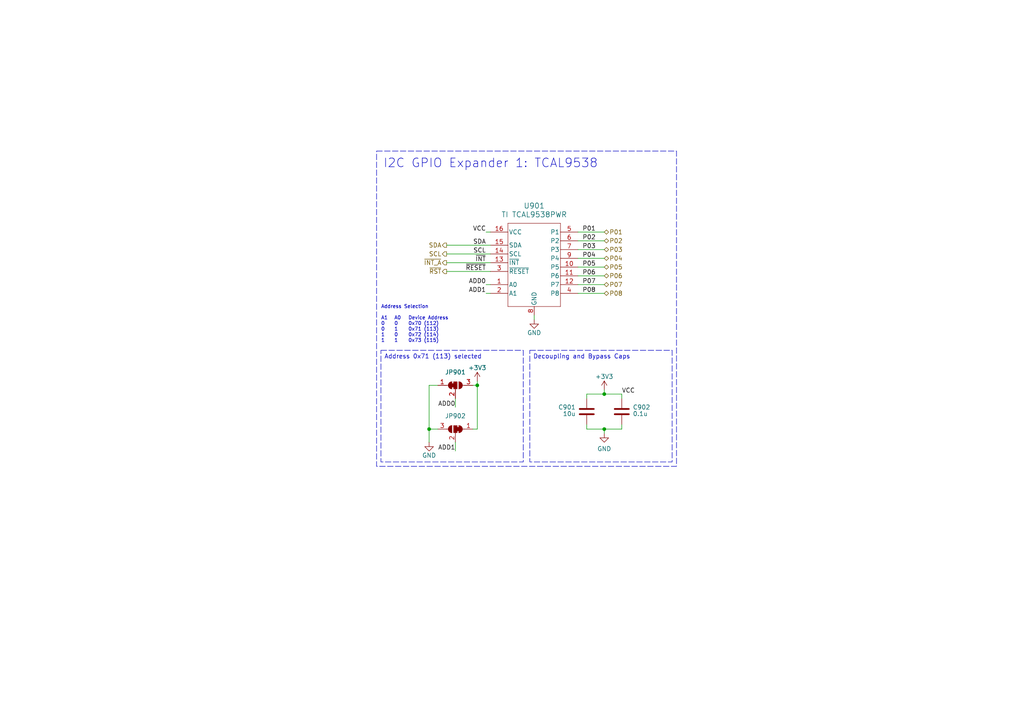
<source format=kicad_sch>
(kicad_sch (version 20231120) (generator "eeschema") (generator_version "8.0")
  (paper "A4")
  (title_block (title "bac MCU MicroMod Main Board Dual Function Single bacBus v1") (date "2025-02-12") (rev "1") (company "Build a CubeSat") (comment 1 "Manuel Imboden") (comment 2 "CC BY-SA 4.0") (comment 3 "https://buildacubesat.space"))
  (lib_symbols
    (symbol "Device:C" (pin_numbers hide) (pin_names (offset 0.254))
      (property "Reference" "C" (at 0.635 2.54 0))
      (property "Value" "C" (at 0.635 -2.54 0))
      (symbol "C_0_1"
        (polyline (pts (xy -2.032 -0.762) (xy 2.032 -0.762)) (stroke (width 0.508)))
        (polyline (pts (xy -2.032 0.762) (xy 2.032 0.762)) (stroke (width 0.508)))
      )
      (symbol "C_1_1"
        (pin passive line (at 0 3.81 270) (length 2.794) (name "~") (number "1"))
        (pin passive line (at 0 -3.81 90) (length 2.794) (name "~") (number "2"))
      )
    )
    (symbol "Jumper:SolderJumper_3_Bridged12" (pin_names (offset 0) hide) (exclude_from_sim yes) (in_bom no)
      (property "Reference" "JP" (at -2.54 -2.54 0))
      (property "Value" "SolderJumper_3_Bridged12" (at 0 2.794 0))
      (symbol "SolderJumper_3_Bridged12_0_1"
        (rectangle (start -1.016 0.508) (end -0.508 -0.508) (fill (type outline)))
        (arc (start -1.016 1.016) (mid -2.0276 0) (end -1.016 -1.016))
        (arc (start -1.016 1.016) (mid -2.0276 0) (end -1.016 -1.016) (fill (type outline)))
        (rectangle (start -0.508 1.016) (end 0.508 -1.016) (fill (type outline)))
        (polyline (pts (xy -2.54 0) (xy -2.032 0)))
        (polyline (pts (xy -1.016 1.016) (xy -1.016 -1.016)))
        (polyline (pts (xy 0 -1.27) (xy 0 -1.016)))
        (polyline (pts (xy 1.016 1.016) (xy 1.016 -1.016)))
        (polyline (pts (xy 2.54 0) (xy 2.032 0)))
        (arc (start 1.016 -1.016) (mid 2.0276 0) (end 1.016 1.016))
        (arc (start 1.016 -1.016) (mid 2.0276 0) (end 1.016 1.016) (fill (type outline)))
      )
      (symbol "SolderJumper_3_Bridged12_1_1"
        (pin passive line (at -5.08 0 0) (length 2.54) (name "A") (number "1"))
        (pin passive line (at 0 -3.81 90) (length 2.54) (name "C") (number "2"))
        (pin passive line (at 5.08 0 180) (length 2.54) (name "B") (number "3"))
      )
    )
    (symbol "bac MicroMod Main Board v1:TI TCAL9538PWR" (pin_names (offset 0.254))
      (property "Reference" "U" (at 0 17.78 0))
      (property "Value" "TI TCAL9538PWR" (at 0 15.24 0))
      (symbol "TI TCAL9538PWR_0_1"
        (polyline (pts (xy -7.62 -11.43) (xy -7.62 12.7)) (stroke (width 0.127)))
        (polyline (pts (xy -7.62 12.7) (xy 7.62 12.7)) (stroke (width 0.127)))
        (polyline (pts (xy 7.62 -11.43) (xy -7.62 -11.43)) (stroke (width 0.127)))
        (polyline (pts (xy 7.62 12.7) (xy 7.62 -11.43)) (stroke (width 0.127)))
        (pin input line (at -12.7 -5.08 0) (length 5.08) (name "A0") (number "1"))
        (pin bidirectional line (at 12.7 0 180) (length 5.08) (name "P5") (number "10"))
        (pin bidirectional line (at 12.7 -2.54 180) (length 5.08) (name "P6") (number "11"))
        (pin bidirectional line (at 12.7 -5.08 180) (length 5.08) (name "P7") (number "12"))
        (pin input line (at -12.7 3.81 0) (length 5.08) (name "SCL") (number "14"))
        (pin bidirectional line (at -12.7 6.35 0) (length 5.08) (name "SDA") (number "15"))
        (pin power_in line (at -12.7 10.16 0) (length 5.08) (name "VCC") (number "16"))
        (pin input line (at -12.7 -7.62 0) (length 5.08) (name "A1") (number "2"))
        (pin bidirectional line (at 12.7 10.16 180) (length 5.08) (name "P1") (number "5"))
        (pin bidirectional line (at 12.7 7.62 180) (length 5.08) (name "P2") (number "6"))
        (pin bidirectional line (at 12.7 5.08 180) (length 5.08) (name "P3") (number "7"))
        (pin bidirectional line (at 12.7 2.54 180) (length 5.08) (name "P4") (number "9"))
      )
      (symbol "TI TCAL9538PWR_1_1"
        (pin output line (at -12.7 1.27 0) (length 5.08) (name "~{INT}") (number "13"))
        (pin input line (at -12.7 -1.27 0) (length 5.08) (name "~{RESET}") (number "3"))
        (pin bidirectional line (at 12.7 -7.62 180) (length 5.08) (name "P8") (number "4"))
        (pin power_in line (at 0 -13.97 90) (length 2.54) (name "GND") (number "8"))
      )
    )
    (symbol "power:+3.3V" (power) (pin_numbers hide) (pin_names (offset 0) hide)
      (property "Value" "+3.3V" (at 0 3.556 0))
      (symbol "+3.3V_0_1"
        (polyline (pts (xy -0.762 1.27) (xy 0 2.54)))
        (polyline (pts (xy 0 0) (xy 0 2.54)))
        (polyline (pts (xy 0 2.54) (xy 0.762 1.27)))
      )
      (symbol "+3.3V_1_1"
        (pin power_in line (at 0 0 90) (length 0) (name "~") (number "1"))
      )
    )
    (symbol "power:GND" (power) (pin_numbers hide) (pin_names (offset 0) hide)
      (property "Value" "GND" (at 0 -3.81 0))
      (symbol "GND_0_1"
        (polyline (pts (xy 0 0) (xy 0 -1.27) (xy 1.27 -1.27) (xy 0 -2.54) (xy -1.27 -1.27) (xy 0 -1.27)))
      )
      (symbol "GND_1_1"
        (pin power_in line (at 0 0 270) (length 0) (name "~") (number "1"))
      )
    )
  )
  (junction (at 175.26 114.3))
  (junction (at 124.46 124.46))
  (junction (at 138.43 111.76))
  (junction (at 175.26 124.46))
  (wire (pts (xy 175.26 113.03) (xy 175.26 114.3)))
  (wire (pts (xy 154.94 91.44) (xy 154.94 92.71)))
  (wire (pts (xy 140.97 82.55) (xy 142.24 82.55)))
  (wire (pts (xy 180.34 124.46) (xy 180.34 123.19)))
  (wire (pts (xy 175.26 124.46) (xy 180.34 124.46)))
  (wire (pts (xy 140.97 85.09) (xy 142.24 85.09)))
  (wire (pts (xy 170.18 124.46) (xy 175.26 124.46)))
  (wire (pts (xy 138.43 124.46) (xy 137.16 124.46)))
  (wire (pts (xy 170.18 114.3) (xy 170.18 115.57)))
  (wire (pts (xy 124.46 124.46) (xy 124.46 111.76)))
  (wire (pts (xy 167.64 74.93) (xy 175.26 74.93)))
  (wire (pts (xy 129.54 71.12) (xy 142.24 71.12)))
  (wire (pts (xy 132.08 130.81) (xy 132.08 128.27)))
  (wire (pts (xy 167.64 72.39) (xy 175.26 72.39)))
  (wire (pts (xy 167.64 85.09) (xy 175.26 85.09)))
  (wire (pts (xy 180.34 114.3) (xy 180.34 115.57)))
  (wire (pts (xy 167.64 67.31) (xy 175.26 67.31)))
  (wire (pts (xy 129.54 76.2) (xy 142.24 76.2)))
  (wire (pts (xy 124.46 111.76) (xy 127 111.76)))
  (wire (pts (xy 140.97 67.31) (xy 142.24 67.31)))
  (wire (pts (xy 175.26 114.3) (xy 170.18 114.3)))
  (wire (pts (xy 167.64 82.55) (xy 175.26 82.55)))
  (wire (pts (xy 129.54 78.74) (xy 142.24 78.74)))
  (wire (pts (xy 167.64 80.01) (xy 175.26 80.01)))
  (wire (pts (xy 138.43 110.49) (xy 138.43 111.76)))
  (wire (pts (xy 170.18 123.19) (xy 170.18 124.46)))
  (wire (pts (xy 124.46 124.46) (xy 127 124.46)))
  (wire (pts (xy 124.46 128.27) (xy 124.46 124.46)))
  (wire (pts (xy 129.54 73.66) (xy 142.24 73.66)))
  (wire (pts (xy 138.43 111.76) (xy 137.16 111.76)))
  (wire (pts (xy 167.64 77.47) (xy 175.26 77.47)))
  (wire (pts (xy 138.43 111.76) (xy 138.43 124.46)))
  (wire (pts (xy 132.08 118.11) (xy 132.08 115.57)))
  (wire (pts (xy 180.34 114.3) (xy 175.26 114.3)))
  (wire (pts (xy 167.64 69.85) (xy 175.26 69.85)))
  (wire (pts (xy 175.26 124.46) (xy 175.26 125.73)))
  (text_box "I2C GPIO Expander 1: TCAL9538" (at 109.22 43.815 0) (size 86.995 91.44) (stroke (width 0) (type dash)) (effects (font (size 2.54 2.54)) (justify left top)))
  (text_box "Address 0x71 (113) selected" (at 110.49 101.6 0) (size 41.275 32.385) (stroke (width 0) (type dash)) (effects (font (size 1.27 1.27)) (justify left top)))
  (text_box "Decoupling and Bypass Caps" (at 153.67 101.6 0) (size 41.275 32.385) (stroke (width 0) (type dash)) (effects (font (size 1.27 1.27)) (justify left top)))
  (text "Address Selection\n\nA1	A0	Device Address\n0	0	0x70 (112)\n0	1	0x71 (113)\n1	0	0x72 (114)\n1	1	0x73 (115)" (at 110.49 93.98 0) (effects (font (size 1.016 1.016)) (justify left)))
  (label "ADD0" (at 132.08 118.11 180))
  (label "P02" (at 168.91 69.85 0) (effects (font (thickness 0.1588))))
  (label "P04" (at 168.91 74.93 0) (effects (font (thickness 0.1588))))
  (label "ADD0" (at 140.97 82.55 180) (effects (font (thickness 0.1588))))
  (label "VCC" (at 140.97 67.31 180) (effects (font (thickness 0.1588))))
  (label "ADD1" (at 140.97 85.09 180) (effects (font (thickness 0.1588))))
  (label "~{INT}" (at 140.97 76.2 180) (effects (font (thickness 0.1588))))
  (label "SCL" (at 140.97 73.66 180) (effects (font (thickness 0.1588))))
  (label "SDA" (at 140.97 71.12 180) (effects (font (thickness 0.1588))))
  (label "~{RESET}" (at 140.97 78.74 180) (effects (font (thickness 0.1588))))
  (label "P07" (at 168.91 82.55 0) (effects (font (thickness 0.1588))))
  (label "P06" (at 168.91 80.01 0) (effects (font (thickness 0.1588))))
  (label "P01" (at 168.91 67.31 0) (effects (font (thickness 0.1588))))
  (label "VCC" (at 180.34 114.3 0))
  (label "ADD1" (at 132.08 130.81 180))
  (label "P05" (at 168.91 77.47 0) (effects (font (thickness 0.1588))))
  (label "P03" (at 168.91 72.39 0) (effects (font (thickness 0.1588))))
  (label "P08" (at 168.91 85.09 0) (effects (font (thickness 0.1588))))
  (hierarchical_label "SDA" (shape output) (at 129.54 71.12 180))
  (hierarchical_label "P03" (shape bidirectional) (at 175.26 72.39 0))
  (hierarchical_label "P04" (shape bidirectional) (at 175.26 74.93 0))
  (hierarchical_label "P01" (shape bidirectional) (at 175.26 67.31 0))
  (hierarchical_label "P06" (shape bidirectional) (at 175.26 80.01 0))
  (hierarchical_label "P05" (shape bidirectional) (at 175.26 77.47 0))
  (hierarchical_label "SCL" (shape output) (at 129.54 73.66 180))
  (hierarchical_label "P08" (shape bidirectional) (at 175.26 85.09 0))
  (hierarchical_label "P02" (shape bidirectional) (at 175.26 69.85 0))
  (hierarchical_label "~{RST}" (shape output) (at 129.54 78.74 180))
  (hierarchical_label "~{INT_A}" (shape output) (at 129.54 76.2 180))
  (hierarchical_label "P07" (shape bidirectional) (at 175.26 82.55 0))
  (symbol (lib_id "Jumper:SolderJumper_3_Bridged12") (at 132.08 124.46 0) (mirror y) (unit 1) (exclude_from_sim yes) (in_bom no)
    (property "Reference" "JP902" (at 132.08 120.65 0))
    (property "Value" "SolderJumper_3_Bridged12" (effects (hide yes)))
    (property "Footprint" "Jumper:SolderJumper-3_P1.3mm_Bridged12_RoundedPad1.0x1.5mm_NumberLabels" (effects (hide yes)))
    (property "Description" "3-pole Solder Jumper, pins 1+2 closed/bridged" (effects (hide yes)))
  )
  (symbol (lib_id "power:+3.3V") (at 138.43 110.49 0) (unit 1)
    (property "Reference" "#PWR0902" (effects (hide yes)))
    (property "Value" "+3V3" (at 138.43 106.68 0))
    (property "Description" "Power symbol creates a global label with name \"+3.3V\"" (effects (hide yes)))
  )
  (symbol (lib_id "Device:C") (at 170.18 119.38 0) (mirror y) (unit 1)
    (property "Reference" "C901" (at 167.005 118.11 0) (effects (justify left)))
    (property "Value" "10u" (at 167.005 120.015 0) (effects (justify left)))
    (property "Footprint" "bac MicroMod Main Board v1:bac-C-0805-10u" (effects (hide yes)))
    (property "Description" "Unpolarized capacitor" (effects (hide yes)))
    (property "Rated Voltage" "35V" (effects (hide yes)))
    (property "Temperature Coefficient" "X7R" (effects (hide yes)))
  )
  (symbol (lib_id "power:GND") (at 154.94 92.71 0) (mirror y) (unit 1)
    (property "Reference" "#PWR0903" (effects (hide yes)))
    (property "Value" "GND" (at 154.94 96.52 0))
    (property "Description" "Power symbol creates a global label with name \"GND\" , ground" (effects (hide yes)))
  )
  (symbol (lib_id "power:GND") (at 124.46 128.27 0) (unit 1)
    (property "Reference" "#PWR0901" (effects (hide yes)))
    (property "Value" "GND" (at 124.46 132.08 0))
    (property "Description" "Power symbol creates a global label with name \"GND\" , ground" (effects (hide yes)))
  )
  (symbol (lib_id "bac MicroMod Main Board v1:TI TCAL9538PWR") (at 154.94 77.47 0) (unit 1)
    (property "Reference" "U901" (at 154.94 59.69 0) (effects (font (size 1.524 1.524))))
    (property "Value" "TI TCAL9538PWR" (at 154.94 62.23 0) (effects (font (size 1.524 1.524))))
    (property "Footprint" "bac MicroMod Main Board v1:TI-TCAL9538PWR" (effects (hide yes)))
    (property "Datasheet" "https://www.ti.com/lit/ds/symlink/tcal9538.pdf" (effects (hide yes)))
    (property "Description" "I/O Expander 8 I2C, SMBus 1 MHz 16-UQFN (2.6x1.8)" (effects (hide yes)))
  )
  (symbol (lib_id "power:GND") (at 175.26 125.73 0) (mirror y) (unit 1)
    (property "Reference" "#PWR0905" (effects (hide yes)))
    (property "Value" "GND" (at 175.26 130.175 0))
    (property "Description" "Power symbol creates a global label with name \"GND\" , ground" (effects (hide yes)))
  )
  (symbol (lib_id "Jumper:SolderJumper_3_Bridged12") (at 132.08 111.76 0) (unit 1) (exclude_from_sim yes) (in_bom no)
    (property "Reference" "JP901" (at 132.08 107.95 0))
    (property "Value" "SolderJumper_3_Bridged12" (effects (hide yes)))
    (property "Footprint" "Jumper:SolderJumper-3_P1.3mm_Bridged12_RoundedPad1.0x1.5mm_NumberLabels" (effects (hide yes)))
    (property "Description" "3-pole Solder Jumper, pins 1+2 closed/bridged" (effects (hide yes)))
  )
  (symbol (lib_id "Device:C") (at 180.34 119.38 0) (unit 1)
    (property "Reference" "C902" (at 183.515 118.11 0) (effects (justify left)))
    (property "Value" "0.1u" (at 183.515 120.015 0) (effects (justify left)))
    (property "Footprint" "bac MicroMod Main Board v1:bac-C-0603-0.1u" (effects (hide yes)))
    (property "Description" "Unpolarized capacitor" (effects (hide yes)))
    (property "Height" "0.95mm" (effects (hide yes)))
    (property "Rated Voltage" "50V" (effects (hide yes)))
    (property "Temperature Coefficient" "X7R" (effects (hide yes)))
  )
  (symbol (lib_id "power:+3.3V") (at 175.26 113.03 0) (mirror y) (unit 1)
    (property "Reference" "#PWR0904" (effects (hide yes)))
    (property "Value" "+3V3" (at 175.26 109.22 0))
    (property "Description" "Power symbol creates a global label with name \"+3.3V\"" (effects (hide yes)))
  )
)
</source>
